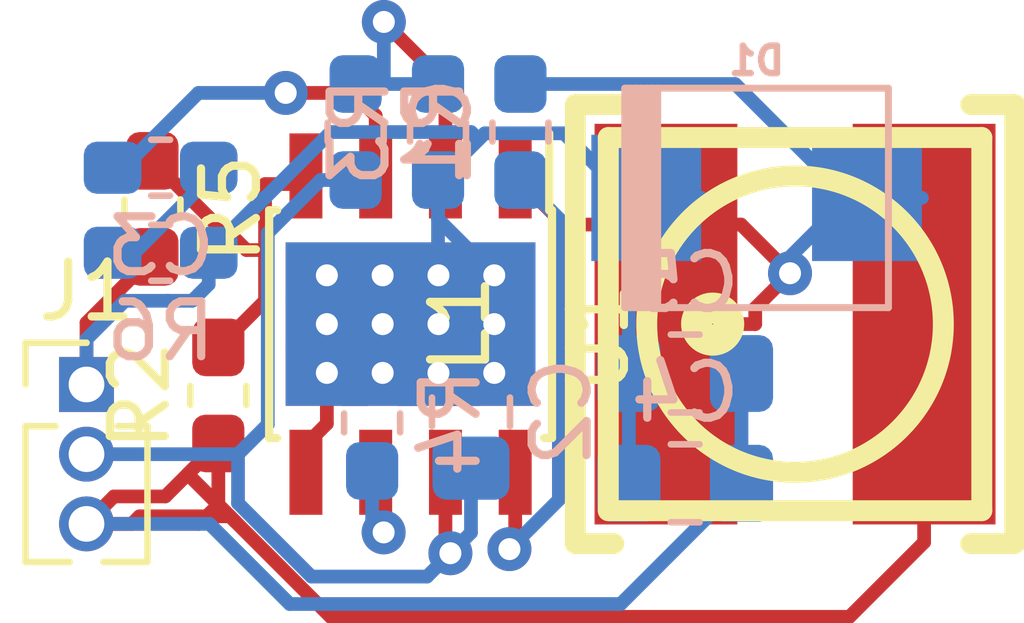
<source format=kicad_pcb>
(kicad_pcb (version 20171130) (host pcbnew 5.1.2-f72e74a~84~ubuntu18.04.1)

  (general
    (thickness 1.6)
    (drawings 0)
    (tracks 134)
    (zones 0)
    (modules 15)
    (nets 11)
  )

  (page A4)
  (layers
    (0 F.Cu signal)
    (31 B.Cu signal)
    (32 B.Adhes user)
    (33 F.Adhes user)
    (34 B.Paste user)
    (35 F.Paste user)
    (36 B.SilkS user)
    (37 F.SilkS user)
    (38 B.Mask user)
    (39 F.Mask user)
    (40 Dwgs.User user)
    (41 Cmts.User user)
    (42 Eco1.User user)
    (43 Eco2.User user)
    (44 Edge.Cuts user)
    (45 Margin user)
    (46 B.CrtYd user)
    (47 F.CrtYd user)
    (48 B.Fab user hide)
    (49 F.Fab user hide)
  )

  (setup
    (last_trace_width 0.25)
    (trace_clearance 0.2)
    (zone_clearance 0.508)
    (zone_45_only no)
    (trace_min 0.2)
    (via_size 0.8)
    (via_drill 0.4)
    (via_min_size 0.4)
    (via_min_drill 0.3)
    (uvia_size 0.3)
    (uvia_drill 0.1)
    (uvias_allowed no)
    (uvia_min_size 0.2)
    (uvia_min_drill 0.1)
    (edge_width 0.05)
    (segment_width 0.2)
    (pcb_text_width 0.3)
    (pcb_text_size 1.5 1.5)
    (mod_edge_width 0.12)
    (mod_text_size 1 1)
    (mod_text_width 0.15)
    (pad_size 1.524 1.524)
    (pad_drill 0.762)
    (pad_to_mask_clearance 0.051)
    (solder_mask_min_width 0.25)
    (aux_axis_origin 0 0)
    (visible_elements FFFFFF7F)
    (pcbplotparams
      (layerselection 0x010fc_ffffffff)
      (usegerberextensions false)
      (usegerberattributes false)
      (usegerberadvancedattributes false)
      (creategerberjobfile false)
      (excludeedgelayer true)
      (linewidth 0.100000)
      (plotframeref false)
      (viasonmask false)
      (mode 1)
      (useauxorigin false)
      (hpglpennumber 1)
      (hpglpenspeed 20)
      (hpglpendiameter 15.000000)
      (psnegative false)
      (psa4output false)
      (plotreference true)
      (plotvalue true)
      (plotinvisibletext false)
      (padsonsilk false)
      (subtractmaskfromsilk false)
      (outputformat 1)
      (mirror false)
      (drillshape 1)
      (scaleselection 1)
      (outputdirectory ""))
  )

  (net 0 "")
  (net 1 "Net-(C1-Pad2)")
  (net 2 "Net-(C1-Pad1)")
  (net 3 GND)
  (net 4 "Net-(C2-Pad1)")
  (net 5 "Net-(C3-Pad2)")
  (net 6 "Net-(C3-Pad1)")
  (net 7 +5V)
  (net 8 "Net-(R1-Pad2)")
  (net 9 "Net-(R2-Pad2)")
  (net 10 "Net-(R4-Pad1)")

  (net_class Default "This is the default net class."
    (clearance 0.2)
    (trace_width 0.25)
    (via_dia 0.8)
    (via_drill 0.4)
    (uvia_dia 0.3)
    (uvia_drill 0.1)
    (add_net +5V)
    (add_net GND)
    (add_net "Net-(C1-Pad1)")
    (add_net "Net-(C1-Pad2)")
    (add_net "Net-(C2-Pad1)")
    (add_net "Net-(C3-Pad1)")
    (add_net "Net-(C3-Pad2)")
    (add_net "Net-(R1-Pad2)")
    (add_net "Net-(R2-Pad2)")
    (add_net "Net-(R4-Pad1)")
  )

  (module footprint-lib:MP1584,SOIC-8_3.9x4.9mm_P1.27mm,thermal_via locked (layer F.Cu) (tedit 5CDE3F96) (tstamp 5CDF2DC0)
    (at 60.7 63.4 270)
    (descr MP1584)
    (tags "MP1584 SOIC-8")
    (path /5CDEC59B)
    (attr smd)
    (fp_text reference U1 (at 0.254 -3.429 90) (layer F.SilkS)
      (effects (font (size 1 1) (thickness 0.15)))
    )
    (fp_text value MP1584 (at 0 3.5 90) (layer F.Fab)
      (effects (font (size 1 1) (thickness 0.15)))
    )
    (fp_line (start -2.075 -2.525) (end -3.475 -2.525) (layer F.SilkS) (width 0.15))
    (fp_line (start -2.075 2.575) (end 2.075 2.575) (layer F.SilkS) (width 0.15))
    (fp_line (start -2.075 -2.575) (end 2.075 -2.575) (layer F.SilkS) (width 0.15))
    (fp_line (start -2.075 2.575) (end -2.075 2.43) (layer F.SilkS) (width 0.15))
    (fp_line (start 2.075 2.575) (end 2.075 2.43) (layer F.SilkS) (width 0.15))
    (fp_line (start 2.075 -2.575) (end 2.075 -2.43) (layer F.SilkS) (width 0.15))
    (fp_line (start -2.075 -2.575) (end -2.075 -2.525) (layer F.SilkS) (width 0.15))
    (fp_line (start -3.73 2.7) (end 3.73 2.7) (layer F.CrtYd) (width 0.05))
    (fp_line (start -3.73 -2.7) (end 3.73 -2.7) (layer F.CrtYd) (width 0.05))
    (fp_line (start 3.73 -2.7) (end 3.73 2.7) (layer F.CrtYd) (width 0.05))
    (fp_line (start -3.73 -2.7) (end -3.73 2.7) (layer F.CrtYd) (width 0.05))
    (fp_line (start -1.95 -1.45) (end -0.95 -2.45) (layer F.Fab) (width 0.1))
    (fp_line (start -1.95 2.45) (end -1.95 -1.45) (layer F.Fab) (width 0.1))
    (fp_line (start 1.95 2.45) (end -1.95 2.45) (layer F.Fab) (width 0.1))
    (fp_line (start 1.95 -2.45) (end 1.95 2.45) (layer F.Fab) (width 0.1))
    (fp_line (start -0.95 -2.45) (end 1.95 -2.45) (layer F.Fab) (width 0.1))
    (fp_text user %R (at 0 0 90) (layer F.Fab)
      (effects (font (size 1 1) (thickness 0.15)))
    )
    (pad G thru_hole rect (at 0 1.524 270) (size 1.2 1.5) (drill 0.4) (layers *.Cu F.Mask)
      (net 3 GND))
    (pad G thru_hole rect (at 0.889 1.524 270) (size 1.2 1.5) (drill 0.4) (layers *.Cu F.Mask)
      (net 3 GND))
    (pad G thru_hole rect (at -0.889 1.524 270) (size 1.2 1.5) (drill 0.4) (layers *.Cu F.Mask)
      (net 3 GND))
    (pad G thru_hole rect (at 0 0.508 270) (size 1.2 1.5) (drill 0.4) (layers *.Cu F.Mask)
      (net 3 GND))
    (pad G thru_hole rect (at 0.889 0.508 270) (size 1.2 1.5) (drill 0.4) (layers *.Cu F.Mask)
      (net 3 GND))
    (pad G thru_hole rect (at -0.889 0.508 270) (size 1.2 1.5) (drill 0.4) (layers *.Cu F.Mask)
      (net 3 GND))
    (pad G thru_hole rect (at 0 -0.508 270) (size 1.2 1.5) (drill 0.4) (layers *.Cu F.Mask)
      (net 3 GND))
    (pad G thru_hole rect (at 0.889 -0.508 270) (size 1.2 1.5) (drill 0.4) (layers *.Cu F.Mask)
      (net 3 GND))
    (pad G thru_hole rect (at -0.889 -0.508 270) (size 1.2 1.5) (drill 0.4) (layers *.Cu F.Mask)
      (net 3 GND))
    (pad G thru_hole rect (at 0.889 -1.524 270) (size 1.2 1.5) (drill 0.4) (layers *.Cu F.Mask)
      (net 3 GND))
    (pad G thru_hole rect (at 0 -1.524 270) (size 1.2 1.5) (drill 0.4) (layers *.Cu F.Mask)
      (net 3 GND))
    (pad G thru_hole rect (at -0.889 -1.524 270) (size 1.2 1.5) (drill 0.4) (layers *.Cu F.Mask)
      (net 3 GND))
    (pad 8 smd rect (at 2.7 -1.905 270) (size 1.55 0.6) (layers F.Cu F.Paste F.Mask)
      (net 1 "Net-(C1-Pad2)"))
    (pad 7 smd rect (at 2.7 -0.635 270) (size 1.55 0.6) (layers F.Cu F.Paste F.Mask)
      (net 4 "Net-(C2-Pad1)"))
    (pad 6 smd rect (at 2.7 0.635 270) (size 1.55 0.6) (layers F.Cu F.Paste F.Mask)
      (net 10 "Net-(R4-Pad1)"))
    (pad 5 smd rect (at 2.7 1.905 270) (size 1.55 0.6) (layers F.Cu F.Paste F.Mask)
      (net 3 GND))
    (pad 4 smd rect (at -2.7 1.905 270) (size 1.55 0.6) (layers F.Cu F.Paste F.Mask)
      (net 9 "Net-(R2-Pad2)"))
    (pad 3 smd rect (at -2.7 0.635 270) (size 1.55 0.6) (layers F.Cu F.Paste F.Mask)
      (net 6 "Net-(C3-Pad1)"))
    (pad 2 smd rect (at -2.7 -0.635 270) (size 1.55 0.6) (layers F.Cu F.Paste F.Mask)
      (net 8 "Net-(R1-Pad2)"))
    (pad 1 smd rect (at -2.7 -1.905 270) (size 1.55 0.6) (layers F.Cu F.Paste F.Mask)
      (net 2 "Net-(C1-Pad1)"))
    (model ${KISYS3DMOD}/Package_SO.3dshapes/SOIC-8_3.9x4.9mm_P1.27mm.wrl
      (at (xyz 0 0 0))
      (scale (xyz 1 1 1))
      (rotate (xyz 0 0 0))
    )
  )

  (module w_smd_inductors:inductor_smd_6.8x3.8mm (layer F.Cu) (tedit 5B6311A7) (tstamp 5CDF2BA3)
    (at 67.7 63.4 90)
    (descr "Inductor SMD, 6.8x6.8mm x h.3.8mm, Bourns SRR6038")
    (path /5CDF1242)
    (fp_text reference L1 (at 0 -6.1 90) (layer F.SilkS)
      (effects (font (size 1 1) (thickness 0.15)))
    )
    (fp_text value L_15uH (at 0 6.6 90) (layer F.Fab)
      (effects (font (size 1 1) (thickness 0.15)))
    )
    (fp_circle (center 0 -1.5) (end 0.5 -1.5) (layer F.SilkS) (width 0.15))
    (fp_circle (center 0 -1.5) (end 0.4 -1.5) (layer F.SilkS) (width 0.15))
    (fp_line (start -4 3.2) (end -4 4) (layer F.SilkS) (width 0.381))
    (fp_line (start -4 4) (end 4 4) (layer F.SilkS) (width 0.381))
    (fp_line (start 4 4) (end 4 3.2) (layer F.SilkS) (width 0.381))
    (fp_line (start -4 -3.3) (end -4 -4) (layer F.SilkS) (width 0.381))
    (fp_line (start -4 -4) (end 4 -4) (layer F.SilkS) (width 0.381))
    (fp_line (start 4 -4) (end 4 -3.2) (layer F.SilkS) (width 0.381))
    (fp_circle (center 0 0) (end 2.7 0) (layer F.SilkS) (width 0.381))
    (fp_line (start -3.4 -3.4) (end 3.4 -3.4) (layer F.SilkS) (width 0.381))
    (fp_line (start 3.4 -3.4) (end 3.4 3.4) (layer F.SilkS) (width 0.381))
    (fp_line (start 3.4 3.4) (end -3.4 3.4) (layer F.SilkS) (width 0.381))
    (fp_line (start -3.4 3.4) (end -3.4 -3.4) (layer F.SilkS) (width 0.381))
    (fp_circle (center 0 -1.5) (end 0 -1.3) (layer F.SilkS) (width 0.381))
    (fp_text user %R (at 0 0) (layer F.Fab)
      (effects (font (size 1 1) (thickness 0.15)))
    )
    (pad 1 smd rect (at 0 -2.35 90) (size 7.3 2.6) (layers F.Cu F.Paste F.Mask)
      (net 2 "Net-(C1-Pad1)"))
    (pad 2 smd rect (at 0 2.35 90) (size 7.3 2.6) (layers F.Cu F.Paste F.Mask)
      (net 7 +5V))
    (model ${HOME}/_workspace/kicad/kicad_library/smisioto-footprints/modules/packages3d/walter/smd_inductors/inductor_smd_6.8x3.8mm.wrl
      (at (xyz 0 0 0))
      (scale (xyz 1 1 1))
      (rotate (xyz 0 0 0))
    )
  )

  (module Resistor_SMD:R_0603_1608Metric_Pad1.05x0.95mm_HandSolder (layer B.Cu) (tedit 5B301BBD) (tstamp 5CDF2C09)
    (at 56.15 62.1)
    (descr "Resistor SMD 0603 (1608 Metric), square (rectangular) end terminal, IPC_7351 nominal with elongated pad for handsoldering. (Body size source: http://www.tortai-tech.com/upload/download/2011102023233369053.pdf), generated with kicad-footprint-generator")
    (tags "resistor handsolder")
    (path /5CDEFCDC)
    (attr smd)
    (fp_text reference R6 (at 0 1.43 180) (layer B.SilkS)
      (effects (font (size 1 1) (thickness 0.15)) (justify mirror))
    )
    (fp_text value R104,0603 (at 0 -1.43 180) (layer B.Fab)
      (effects (font (size 1 1) (thickness 0.15)) (justify mirror))
    )
    (fp_text user %R (at 0 0 180) (layer B.Fab)
      (effects (font (size 0.4 0.4) (thickness 0.06)) (justify mirror))
    )
    (fp_line (start 1.65 -0.73) (end -1.65 -0.73) (layer B.CrtYd) (width 0.05))
    (fp_line (start 1.65 0.73) (end 1.65 -0.73) (layer B.CrtYd) (width 0.05))
    (fp_line (start -1.65 0.73) (end 1.65 0.73) (layer B.CrtYd) (width 0.05))
    (fp_line (start -1.65 -0.73) (end -1.65 0.73) (layer B.CrtYd) (width 0.05))
    (fp_line (start -0.171267 -0.51) (end 0.171267 -0.51) (layer B.SilkS) (width 0.12))
    (fp_line (start -0.171267 0.51) (end 0.171267 0.51) (layer B.SilkS) (width 0.12))
    (fp_line (start 0.8 -0.4) (end -0.8 -0.4) (layer B.Fab) (width 0.1))
    (fp_line (start 0.8 0.4) (end 0.8 -0.4) (layer B.Fab) (width 0.1))
    (fp_line (start -0.8 0.4) (end 0.8 0.4) (layer B.Fab) (width 0.1))
    (fp_line (start -0.8 -0.4) (end -0.8 0.4) (layer B.Fab) (width 0.1))
    (pad 2 smd roundrect (at 0.875 0) (size 1.05 0.95) (layers B.Cu B.Paste B.Mask) (roundrect_rratio 0.25)
      (net 3 GND))
    (pad 1 smd roundrect (at -0.875 0) (size 1.05 0.95) (layers B.Cu B.Paste B.Mask) (roundrect_rratio 0.25)
      (net 5 "Net-(C3-Pad2)"))
    (model ${KISYS3DMOD}/Resistor_SMD.3dshapes/R_0603_1608Metric.wrl
      (at (xyz 0 0 0))
      (scale (xyz 1 1 1))
      (rotate (xyz 0 0 0))
    )
  )

  (module Resistor_SMD:R_0603_1608Metric_Pad1.05x0.95mm_HandSolder (layer F.Cu) (tedit 5B301BBD) (tstamp 5CDF421F)
    (at 56 61.3 270)
    (descr "Resistor SMD 0603 (1608 Metric), square (rectangular) end terminal, IPC_7351 nominal with elongated pad for handsoldering. (Body size source: http://www.tortai-tech.com/upload/download/2011102023233369053.pdf), generated with kicad-footprint-generator")
    (tags "resistor handsolder")
    (path /5CDF3426)
    (attr smd)
    (fp_text reference R5 (at 0 -1.43 90) (layer F.SilkS)
      (effects (font (size 1 1) (thickness 0.15)))
    )
    (fp_text value R433,0603 (at 0 1.43 90) (layer F.Fab)
      (effects (font (size 1 1) (thickness 0.15)))
    )
    (fp_text user %R (at 0 0 90) (layer F.Fab)
      (effects (font (size 0.4 0.4) (thickness 0.06)))
    )
    (fp_line (start 1.65 0.73) (end -1.65 0.73) (layer F.CrtYd) (width 0.05))
    (fp_line (start 1.65 -0.73) (end 1.65 0.73) (layer F.CrtYd) (width 0.05))
    (fp_line (start -1.65 -0.73) (end 1.65 -0.73) (layer F.CrtYd) (width 0.05))
    (fp_line (start -1.65 0.73) (end -1.65 -0.73) (layer F.CrtYd) (width 0.05))
    (fp_line (start -0.171267 0.51) (end 0.171267 0.51) (layer F.SilkS) (width 0.12))
    (fp_line (start -0.171267 -0.51) (end 0.171267 -0.51) (layer F.SilkS) (width 0.12))
    (fp_line (start 0.8 0.4) (end -0.8 0.4) (layer F.Fab) (width 0.1))
    (fp_line (start 0.8 -0.4) (end 0.8 0.4) (layer F.Fab) (width 0.1))
    (fp_line (start -0.8 -0.4) (end 0.8 -0.4) (layer F.Fab) (width 0.1))
    (fp_line (start -0.8 0.4) (end -0.8 -0.4) (layer F.Fab) (width 0.1))
    (pad 2 smd roundrect (at 0.875 0 270) (size 1.05 0.95) (layers F.Cu F.Paste F.Mask) (roundrect_rratio 0.25)
      (net 3 GND))
    (pad 1 smd roundrect (at -0.875 0 270) (size 1.05 0.95) (layers F.Cu F.Paste F.Mask) (roundrect_rratio 0.25)
      (net 9 "Net-(R2-Pad2)"))
    (model ${KISYS3DMOD}/Resistor_SMD.3dshapes/R_0603_1608Metric.wrl
      (at (xyz 0 0 0))
      (scale (xyz 1 1 1))
      (rotate (xyz 0 0 0))
    )
  )

  (module Resistor_SMD:R_0603_1608Metric_Pad1.05x0.95mm_HandSolder (layer B.Cu) (tedit 5B301BBD) (tstamp 5CDF2BE7)
    (at 60 65.2 90)
    (descr "Resistor SMD 0603 (1608 Metric), square (rectangular) end terminal, IPC_7351 nominal with elongated pad for handsoldering. (Body size source: http://www.tortai-tech.com/upload/download/2011102023233369053.pdf), generated with kicad-footprint-generator")
    (tags "resistor handsolder")
    (path /5CDEE30C)
    (attr smd)
    (fp_text reference R4 (at 0 1.43 90) (layer B.SilkS)
      (effects (font (size 1 1) (thickness 0.15)) (justify mirror))
    )
    (fp_text value R104,0603 (at 0 -1.43 90) (layer B.Fab)
      (effects (font (size 1 1) (thickness 0.15)) (justify mirror))
    )
    (fp_text user %R (at 0 0 90) (layer B.Fab)
      (effects (font (size 0.4 0.4) (thickness 0.06)) (justify mirror))
    )
    (fp_line (start 1.65 -0.73) (end -1.65 -0.73) (layer B.CrtYd) (width 0.05))
    (fp_line (start 1.65 0.73) (end 1.65 -0.73) (layer B.CrtYd) (width 0.05))
    (fp_line (start -1.65 0.73) (end 1.65 0.73) (layer B.CrtYd) (width 0.05))
    (fp_line (start -1.65 -0.73) (end -1.65 0.73) (layer B.CrtYd) (width 0.05))
    (fp_line (start -0.171267 -0.51) (end 0.171267 -0.51) (layer B.SilkS) (width 0.12))
    (fp_line (start -0.171267 0.51) (end 0.171267 0.51) (layer B.SilkS) (width 0.12))
    (fp_line (start 0.8 -0.4) (end -0.8 -0.4) (layer B.Fab) (width 0.1))
    (fp_line (start 0.8 0.4) (end 0.8 -0.4) (layer B.Fab) (width 0.1))
    (fp_line (start -0.8 0.4) (end 0.8 0.4) (layer B.Fab) (width 0.1))
    (fp_line (start -0.8 -0.4) (end -0.8 0.4) (layer B.Fab) (width 0.1))
    (pad 2 smd roundrect (at 0.875 0 90) (size 1.05 0.95) (layers B.Cu B.Paste B.Mask) (roundrect_rratio 0.25)
      (net 3 GND))
    (pad 1 smd roundrect (at -0.875 0 90) (size 1.05 0.95) (layers B.Cu B.Paste B.Mask) (roundrect_rratio 0.25)
      (net 10 "Net-(R4-Pad1)"))
    (model ${KISYS3DMOD}/Resistor_SMD.3dshapes/R_0603_1608Metric.wrl
      (at (xyz 0 0 0))
      (scale (xyz 1 1 1))
      (rotate (xyz 0 0 0))
    )
  )

  (module Resistor_SMD:R_0603_1608Metric_Pad1.05x0.95mm_HandSolder (layer B.Cu) (tedit 5B301BBD) (tstamp 5CDF2BD6)
    (at 61.2 59.9 270)
    (descr "Resistor SMD 0603 (1608 Metric), square (rectangular) end terminal, IPC_7351 nominal with elongated pad for handsoldering. (Body size source: http://www.tortai-tech.com/upload/download/2011102023233369053.pdf), generated with kicad-footprint-generator")
    (tags "resistor handsolder")
    (path /5CDEEA14)
    (attr smd)
    (fp_text reference R3 (at 0 1.43 270) (layer B.SilkS)
      (effects (font (size 1 1) (thickness 0.15)) (justify mirror))
    )
    (fp_text value R240,0603 (at 0 -1.43 270) (layer B.Fab)
      (effects (font (size 1 1) (thickness 0.15)) (justify mirror))
    )
    (fp_text user %R (at 0 0 270) (layer B.Fab)
      (effects (font (size 0.4 0.4) (thickness 0.06)) (justify mirror))
    )
    (fp_line (start 1.65 -0.73) (end -1.65 -0.73) (layer B.CrtYd) (width 0.05))
    (fp_line (start 1.65 0.73) (end 1.65 -0.73) (layer B.CrtYd) (width 0.05))
    (fp_line (start -1.65 0.73) (end 1.65 0.73) (layer B.CrtYd) (width 0.05))
    (fp_line (start -1.65 -0.73) (end -1.65 0.73) (layer B.CrtYd) (width 0.05))
    (fp_line (start -0.171267 -0.51) (end 0.171267 -0.51) (layer B.SilkS) (width 0.12))
    (fp_line (start -0.171267 0.51) (end 0.171267 0.51) (layer B.SilkS) (width 0.12))
    (fp_line (start 0.8 -0.4) (end -0.8 -0.4) (layer B.Fab) (width 0.1))
    (fp_line (start 0.8 0.4) (end 0.8 -0.4) (layer B.Fab) (width 0.1))
    (fp_line (start -0.8 0.4) (end 0.8 0.4) (layer B.Fab) (width 0.1))
    (fp_line (start -0.8 -0.4) (end -0.8 0.4) (layer B.Fab) (width 0.1))
    (pad 2 smd roundrect (at 0.875 0 270) (size 1.05 0.95) (layers B.Cu B.Paste B.Mask) (roundrect_rratio 0.25)
      (net 3 GND))
    (pad 1 smd roundrect (at -0.875 0 270) (size 1.05 0.95) (layers B.Cu B.Paste B.Mask) (roundrect_rratio 0.25)
      (net 8 "Net-(R1-Pad2)"))
    (model ${KISYS3DMOD}/Resistor_SMD.3dshapes/R_0603_1608Metric.wrl
      (at (xyz 0 0 0))
      (scale (xyz 1 1 1))
      (rotate (xyz 0 0 0))
    )
  )

  (module Resistor_SMD:R_0603_1608Metric_Pad1.05x0.95mm_HandSolder (layer F.Cu) (tedit 5B301BBD) (tstamp 5CDF2BC5)
    (at 57.2 64.7 90)
    (descr "Resistor SMD 0603 (1608 Metric), square (rectangular) end terminal, IPC_7351 nominal with elongated pad for handsoldering. (Body size source: http://www.tortai-tech.com/upload/download/2011102023233369053.pdf), generated with kicad-footprint-generator")
    (tags "resistor handsolder")
    (path /5CDF2C94)
    (attr smd)
    (fp_text reference R2 (at 0 -1.43 90) (layer F.SilkS)
      (effects (font (size 1 1) (thickness 0.15)))
    )
    (fp_text value R224,0603 (at 0 1.43 90) (layer F.Fab)
      (effects (font (size 1 1) (thickness 0.15)))
    )
    (fp_text user %R (at 0 0 90) (layer F.Fab)
      (effects (font (size 0.4 0.4) (thickness 0.06)))
    )
    (fp_line (start 1.65 0.73) (end -1.65 0.73) (layer F.CrtYd) (width 0.05))
    (fp_line (start 1.65 -0.73) (end 1.65 0.73) (layer F.CrtYd) (width 0.05))
    (fp_line (start -1.65 -0.73) (end 1.65 -0.73) (layer F.CrtYd) (width 0.05))
    (fp_line (start -1.65 0.73) (end -1.65 -0.73) (layer F.CrtYd) (width 0.05))
    (fp_line (start -0.171267 0.51) (end 0.171267 0.51) (layer F.SilkS) (width 0.12))
    (fp_line (start -0.171267 -0.51) (end 0.171267 -0.51) (layer F.SilkS) (width 0.12))
    (fp_line (start 0.8 0.4) (end -0.8 0.4) (layer F.Fab) (width 0.1))
    (fp_line (start 0.8 -0.4) (end 0.8 0.4) (layer F.Fab) (width 0.1))
    (fp_line (start -0.8 -0.4) (end 0.8 -0.4) (layer F.Fab) (width 0.1))
    (fp_line (start -0.8 0.4) (end -0.8 -0.4) (layer F.Fab) (width 0.1))
    (pad 2 smd roundrect (at 0.875 0 90) (size 1.05 0.95) (layers F.Cu F.Paste F.Mask) (roundrect_rratio 0.25)
      (net 9 "Net-(R2-Pad2)"))
    (pad 1 smd roundrect (at -0.875 0 90) (size 1.05 0.95) (layers F.Cu F.Paste F.Mask) (roundrect_rratio 0.25)
      (net 7 +5V))
    (model ${KISYS3DMOD}/Resistor_SMD.3dshapes/R_0603_1608Metric.wrl
      (at (xyz 0 0 0))
      (scale (xyz 1 1 1))
      (rotate (xyz 0 0 0))
    )
  )

  (module Resistor_SMD:R_0603_1608Metric_Pad1.05x0.95mm_HandSolder (layer B.Cu) (tedit 5B301BBD) (tstamp 5CDF2BB4)
    (at 59.7 59.9 90)
    (descr "Resistor SMD 0603 (1608 Metric), square (rectangular) end terminal, IPC_7351 nominal with elongated pad for handsoldering. (Body size source: http://www.tortai-tech.com/upload/download/2011102023233369053.pdf), generated with kicad-footprint-generator")
    (tags "resistor handsolder")
    (path /5CDEDCCB)
    (attr smd)
    (fp_text reference R1 (at 0 1.43 270) (layer B.SilkS)
      (effects (font (size 1 1) (thickness 0.15)) (justify mirror))
    )
    (fp_text value R104,0603 (at 0 -1.43 270) (layer B.Fab)
      (effects (font (size 1 1) (thickness 0.15)) (justify mirror))
    )
    (fp_text user %R (at 0 0 270) (layer B.Fab)
      (effects (font (size 0.4 0.4) (thickness 0.06)) (justify mirror))
    )
    (fp_line (start 1.65 -0.73) (end -1.65 -0.73) (layer B.CrtYd) (width 0.05))
    (fp_line (start 1.65 0.73) (end 1.65 -0.73) (layer B.CrtYd) (width 0.05))
    (fp_line (start -1.65 0.73) (end 1.65 0.73) (layer B.CrtYd) (width 0.05))
    (fp_line (start -1.65 -0.73) (end -1.65 0.73) (layer B.CrtYd) (width 0.05))
    (fp_line (start -0.171267 -0.51) (end 0.171267 -0.51) (layer B.SilkS) (width 0.12))
    (fp_line (start -0.171267 0.51) (end 0.171267 0.51) (layer B.SilkS) (width 0.12))
    (fp_line (start 0.8 -0.4) (end -0.8 -0.4) (layer B.Fab) (width 0.1))
    (fp_line (start 0.8 0.4) (end 0.8 -0.4) (layer B.Fab) (width 0.1))
    (fp_line (start -0.8 0.4) (end 0.8 0.4) (layer B.Fab) (width 0.1))
    (fp_line (start -0.8 -0.4) (end -0.8 0.4) (layer B.Fab) (width 0.1))
    (pad 2 smd roundrect (at 0.875 0 90) (size 1.05 0.95) (layers B.Cu B.Paste B.Mask) (roundrect_rratio 0.25)
      (net 8 "Net-(R1-Pad2)"))
    (pad 1 smd roundrect (at -0.875 0 90) (size 1.05 0.95) (layers B.Cu B.Paste B.Mask) (roundrect_rratio 0.25)
      (net 4 "Net-(C2-Pad1)"))
    (model ${KISYS3DMOD}/Resistor_SMD.3dshapes/R_0603_1608Metric.wrl
      (at (xyz 0 0 0))
      (scale (xyz 1 1 1))
      (rotate (xyz 0 0 0))
    )
  )

  (module Connector_PinHeader_1.27mm:PinHeader_1x03_P1.27mm_Vertical (layer F.Cu) (tedit 59FED6E3) (tstamp 5CDED943)
    (at 54.8 64.5)
    (descr "Through hole straight pin header, 1x03, 1.27mm pitch, single row")
    (tags "Through hole pin header THT 1x03 1.27mm single row")
    (path /5CE0F530)
    (fp_text reference J1 (at 0 -1.695) (layer F.SilkS)
      (effects (font (size 1 1) (thickness 0.15)))
    )
    (fp_text value Conn_01x03_Female (at 0 4.235) (layer F.Fab)
      (effects (font (size 1 1) (thickness 0.15)))
    )
    (fp_text user %R (at 0 1.27 90) (layer F.Fab)
      (effects (font (size 1 1) (thickness 0.15)))
    )
    (fp_line (start 1.55 -1.15) (end -1.55 -1.15) (layer F.CrtYd) (width 0.05))
    (fp_line (start 1.55 3.7) (end 1.55 -1.15) (layer F.CrtYd) (width 0.05))
    (fp_line (start -1.55 3.7) (end 1.55 3.7) (layer F.CrtYd) (width 0.05))
    (fp_line (start -1.55 -1.15) (end -1.55 3.7) (layer F.CrtYd) (width 0.05))
    (fp_line (start -1.11 -0.76) (end 0 -0.76) (layer F.SilkS) (width 0.12))
    (fp_line (start -1.11 0) (end -1.11 -0.76) (layer F.SilkS) (width 0.12))
    (fp_line (start 0.563471 0.76) (end 1.11 0.76) (layer F.SilkS) (width 0.12))
    (fp_line (start -1.11 0.76) (end -0.563471 0.76) (layer F.SilkS) (width 0.12))
    (fp_line (start 1.11 0.76) (end 1.11 3.235) (layer F.SilkS) (width 0.12))
    (fp_line (start -1.11 0.76) (end -1.11 3.235) (layer F.SilkS) (width 0.12))
    (fp_line (start 0.30753 3.235) (end 1.11 3.235) (layer F.SilkS) (width 0.12))
    (fp_line (start -1.11 3.235) (end -0.30753 3.235) (layer F.SilkS) (width 0.12))
    (fp_line (start -1.05 -0.11) (end -0.525 -0.635) (layer F.Fab) (width 0.1))
    (fp_line (start -1.05 3.175) (end -1.05 -0.11) (layer F.Fab) (width 0.1))
    (fp_line (start 1.05 3.175) (end -1.05 3.175) (layer F.Fab) (width 0.1))
    (fp_line (start 1.05 -0.635) (end 1.05 3.175) (layer F.Fab) (width 0.1))
    (fp_line (start -0.525 -0.635) (end 1.05 -0.635) (layer F.Fab) (width 0.1))
    (pad 3 thru_hole oval (at 0 2.54) (size 1 1) (drill 0.65) (layers *.Cu *.Mask)
      (net 7 +5V))
    (pad 2 thru_hole oval (at 0 1.27) (size 1 1) (drill 0.65) (layers *.Cu *.Mask)
      (net 4 "Net-(C2-Pad1)"))
    (pad 1 thru_hole rect (at 0 0) (size 1 1) (drill 0.65) (layers *.Cu *.Mask)
      (net 3 GND))
    (model ${KISYS3DMOD}/Connector_PinHeader_1.27mm.3dshapes/PinHeader_1x03_P1.27mm_Vertical.wrl
      (at (xyz 0 0 0))
      (scale (xyz 1 1 1))
      (rotate (xyz 0 0 0))
    )
  )

  (module w_smd_diode:do214aa (layer B.Cu) (tedit 0) (tstamp 5CDF2B75)
    (at 67 61.1 180)
    (descr DO214AA)
    (path /5CDF092A)
    (fp_text reference D1 (at 0 2.49936 180) (layer B.SilkS)
      (effects (font (size 0.50038 0.50038) (thickness 0.11938)) (justify mirror))
    )
    (fp_text value SD_1N5822_SS34 (at 0 -2.49936 180) (layer B.SilkS) hide
      (effects (font (size 0.50038 0.50038) (thickness 0.11938)) (justify mirror))
    )
    (fp_line (start -2.4003 1.99898) (end 2.4003 1.99898) (layer B.SilkS) (width 0.127))
    (fp_line (start -2.4003 -1.99898) (end -2.4003 1.99898) (layer B.SilkS) (width 0.127))
    (fp_line (start 2.4003 -1.99898) (end -2.4003 -1.99898) (layer B.SilkS) (width 0.127))
    (fp_line (start 2.4003 1.99898) (end 2.4003 -1.99898) (layer B.SilkS) (width 0.127))
    (fp_line (start 1.80086 1.99898) (end 1.80086 -1.99898) (layer B.SilkS) (width 0.127))
    (fp_line (start 1.89992 1.99898) (end 1.89992 -1.99898) (layer B.SilkS) (width 0.127))
    (fp_line (start 1.99898 -1.99898) (end 1.99898 1.99898) (layer B.SilkS) (width 0.127))
    (fp_line (start 2.10058 1.99898) (end 2.10058 -1.99898) (layer B.SilkS) (width 0.127))
    (fp_line (start 2.19964 -1.99898) (end 2.19964 1.99898) (layer B.SilkS) (width 0.127))
    (fp_line (start 2.30124 1.99898) (end 2.30124 -1.99898) (layer B.SilkS) (width 0.127))
    (pad 1 smd rect (at -2.00914 0 180) (size 1.99898 2.30124) (layers B.Cu B.Paste B.Mask)
      (net 2 "Net-(C1-Pad1)"))
    (pad 2 smd rect (at 2.00914 0 180) (size 1.99898 2.30124) (layers B.Cu B.Paste B.Mask)
      (net 3 GND))
    (model ${HOME}/_workspace/kicad/kicad_library/smisioto-footprints/modules/packages3d/walter/smd_diode/do214aa.wrl
      (at (xyz 0 0 0))
      (scale (xyz 1 1 1))
      (rotate (xyz 0 0 0))
    )
  )

  (module Capacitor_SMD:C_0805_2012Metric_Pad1.15x1.40mm_HandSolder (layer B.Cu) (tedit 5B36C52B) (tstamp 5CDF2B65)
    (at 65.7 64.3 180)
    (descr "Capacitor SMD 0805 (2012 Metric), square (rectangular) end terminal, IPC_7351 nominal with elongated pad for handsoldering. (Body size source: https://docs.google.com/spreadsheets/d/1BsfQQcO9C6DZCsRaXUlFlo91Tg2WpOkGARC1WS5S8t0/edit?usp=sharing), generated with kicad-footprint-generator")
    (tags "capacitor handsolder")
    (path /5CDED5E2)
    (attr smd)
    (fp_text reference C5 (at 0 1.65 180) (layer B.SilkS)
      (effects (font (size 1 1) (thickness 0.15)) (justify mirror))
    )
    (fp_text value C106,0805 (at 0 -1.65 180) (layer B.Fab)
      (effects (font (size 1 1) (thickness 0.15)) (justify mirror))
    )
    (fp_text user %R (at 0 0 180) (layer B.Fab)
      (effects (font (size 0.5 0.5) (thickness 0.08)) (justify mirror))
    )
    (fp_line (start 1.85 -0.95) (end -1.85 -0.95) (layer B.CrtYd) (width 0.05))
    (fp_line (start 1.85 0.95) (end 1.85 -0.95) (layer B.CrtYd) (width 0.05))
    (fp_line (start -1.85 0.95) (end 1.85 0.95) (layer B.CrtYd) (width 0.05))
    (fp_line (start -1.85 -0.95) (end -1.85 0.95) (layer B.CrtYd) (width 0.05))
    (fp_line (start -0.261252 -0.71) (end 0.261252 -0.71) (layer B.SilkS) (width 0.12))
    (fp_line (start -0.261252 0.71) (end 0.261252 0.71) (layer B.SilkS) (width 0.12))
    (fp_line (start 1 -0.6) (end -1 -0.6) (layer B.Fab) (width 0.1))
    (fp_line (start 1 0.6) (end 1 -0.6) (layer B.Fab) (width 0.1))
    (fp_line (start -1 0.6) (end 1 0.6) (layer B.Fab) (width 0.1))
    (fp_line (start -1 -0.6) (end -1 0.6) (layer B.Fab) (width 0.1))
    (pad 2 smd roundrect (at 1.025 0 180) (size 1.15 1.4) (layers B.Cu B.Paste B.Mask) (roundrect_rratio 0.217391)
      (net 3 GND))
    (pad 1 smd roundrect (at -1.025 0 180) (size 1.15 1.4) (layers B.Cu B.Paste B.Mask) (roundrect_rratio 0.217391)
      (net 7 +5V))
    (model ${KISYS3DMOD}/Capacitor_SMD.3dshapes/C_0805_2012Metric.wrl
      (at (xyz 0 0 0))
      (scale (xyz 1 1 1))
      (rotate (xyz 0 0 0))
    )
  )

  (module Capacitor_SMD:C_0805_2012Metric_Pad1.15x1.40mm_HandSolder (layer B.Cu) (tedit 5B36C52B) (tstamp 5CDF2B54)
    (at 65.7 66.3 180)
    (descr "Capacitor SMD 0805 (2012 Metric), square (rectangular) end terminal, IPC_7351 nominal with elongated pad for handsoldering. (Body size source: https://docs.google.com/spreadsheets/d/1BsfQQcO9C6DZCsRaXUlFlo91Tg2WpOkGARC1WS5S8t0/edit?usp=sharing), generated with kicad-footprint-generator")
    (tags "capacitor handsolder")
    (path /5CDED279)
    (attr smd)
    (fp_text reference C4 (at 0 1.65 180) (layer B.SilkS)
      (effects (font (size 1 1) (thickness 0.15)) (justify mirror))
    )
    (fp_text value C106,0805 (at 0 -1.65 180) (layer B.Fab)
      (effects (font (size 1 1) (thickness 0.15)) (justify mirror))
    )
    (fp_text user %R (at 0 0 180) (layer B.Fab)
      (effects (font (size 0.5 0.5) (thickness 0.08)) (justify mirror))
    )
    (fp_line (start 1.85 -0.95) (end -1.85 -0.95) (layer B.CrtYd) (width 0.05))
    (fp_line (start 1.85 0.95) (end 1.85 -0.95) (layer B.CrtYd) (width 0.05))
    (fp_line (start -1.85 0.95) (end 1.85 0.95) (layer B.CrtYd) (width 0.05))
    (fp_line (start -1.85 -0.95) (end -1.85 0.95) (layer B.CrtYd) (width 0.05))
    (fp_line (start -0.261252 -0.71) (end 0.261252 -0.71) (layer B.SilkS) (width 0.12))
    (fp_line (start -0.261252 0.71) (end 0.261252 0.71) (layer B.SilkS) (width 0.12))
    (fp_line (start 1 -0.6) (end -1 -0.6) (layer B.Fab) (width 0.1))
    (fp_line (start 1 0.6) (end 1 -0.6) (layer B.Fab) (width 0.1))
    (fp_line (start -1 0.6) (end 1 0.6) (layer B.Fab) (width 0.1))
    (fp_line (start -1 -0.6) (end -1 0.6) (layer B.Fab) (width 0.1))
    (pad 2 smd roundrect (at 1.025 0 180) (size 1.15 1.4) (layers B.Cu B.Paste B.Mask) (roundrect_rratio 0.217391)
      (net 3 GND))
    (pad 1 smd roundrect (at -1.025 0 180) (size 1.15 1.4) (layers B.Cu B.Paste B.Mask) (roundrect_rratio 0.217391)
      (net 7 +5V))
    (model ${KISYS3DMOD}/Capacitor_SMD.3dshapes/C_0805_2012Metric.wrl
      (at (xyz 0 0 0))
      (scale (xyz 1 1 1))
      (rotate (xyz 0 0 0))
    )
  )

  (module Capacitor_SMD:C_0603_1608Metric_Pad1.05x0.95mm_HandSolder (layer B.Cu) (tedit 5B301BBE) (tstamp 5CDF2B43)
    (at 56.15 60.55)
    (descr "Capacitor SMD 0603 (1608 Metric), square (rectangular) end terminal, IPC_7351 nominal with elongated pad for handsoldering. (Body size source: http://www.tortai-tech.com/upload/download/2011102023233369053.pdf), generated with kicad-footprint-generator")
    (tags "capacitor handsolder")
    (path /5CDEF999)
    (attr smd)
    (fp_text reference C3 (at 0 1.43 180) (layer B.SilkS)
      (effects (font (size 1 1) (thickness 0.15)) (justify mirror))
    )
    (fp_text value C151,0603 (at 0 -1.43 180) (layer B.Fab)
      (effects (font (size 1 1) (thickness 0.15)) (justify mirror))
    )
    (fp_text user %R (at 0 0 180) (layer B.Fab)
      (effects (font (size 0.4 0.4) (thickness 0.06)) (justify mirror))
    )
    (fp_line (start 1.65 -0.73) (end -1.65 -0.73) (layer B.CrtYd) (width 0.05))
    (fp_line (start 1.65 0.73) (end 1.65 -0.73) (layer B.CrtYd) (width 0.05))
    (fp_line (start -1.65 0.73) (end 1.65 0.73) (layer B.CrtYd) (width 0.05))
    (fp_line (start -1.65 -0.73) (end -1.65 0.73) (layer B.CrtYd) (width 0.05))
    (fp_line (start -0.171267 -0.51) (end 0.171267 -0.51) (layer B.SilkS) (width 0.12))
    (fp_line (start -0.171267 0.51) (end 0.171267 0.51) (layer B.SilkS) (width 0.12))
    (fp_line (start 0.8 -0.4) (end -0.8 -0.4) (layer B.Fab) (width 0.1))
    (fp_line (start 0.8 0.4) (end 0.8 -0.4) (layer B.Fab) (width 0.1))
    (fp_line (start -0.8 0.4) (end 0.8 0.4) (layer B.Fab) (width 0.1))
    (fp_line (start -0.8 -0.4) (end -0.8 0.4) (layer B.Fab) (width 0.1))
    (pad 2 smd roundrect (at 0.875 0) (size 1.05 0.95) (layers B.Cu B.Paste B.Mask) (roundrect_rratio 0.25)
      (net 5 "Net-(C3-Pad2)"))
    (pad 1 smd roundrect (at -0.875 0) (size 1.05 0.95) (layers B.Cu B.Paste B.Mask) (roundrect_rratio 0.25)
      (net 6 "Net-(C3-Pad1)"))
    (model ${KISYS3DMOD}/Capacitor_SMD.3dshapes/C_0603_1608Metric.wrl
      (at (xyz 0 0 0))
      (scale (xyz 1 1 1))
      (rotate (xyz 0 0 0))
    )
  )

  (module Capacitor_SMD:C_0805_2012Metric_Pad1.15x1.40mm_HandSolder (layer B.Cu) (tedit 5B36C52B) (tstamp 5CDF40A0)
    (at 61.8 65 90)
    (descr "Capacitor SMD 0805 (2012 Metric), square (rectangular) end terminal, IPC_7351 nominal with elongated pad for handsoldering. (Body size source: https://docs.google.com/spreadsheets/d/1BsfQQcO9C6DZCsRaXUlFlo91Tg2WpOkGARC1WS5S8t0/edit?usp=sharing), generated with kicad-footprint-generator")
    (tags "capacitor handsolder")
    (path /5CDED021)
    (attr smd)
    (fp_text reference C2 (at 0 1.65 90) (layer B.SilkS)
      (effects (font (size 1 1) (thickness 0.15)) (justify mirror))
    )
    (fp_text value C106,0805 (at 0 -1.65 90) (layer B.Fab)
      (effects (font (size 1 1) (thickness 0.15)) (justify mirror))
    )
    (fp_text user %R (at 0 0 90) (layer B.Fab)
      (effects (font (size 0.5 0.5) (thickness 0.08)) (justify mirror))
    )
    (fp_line (start 1.85 -0.95) (end -1.85 -0.95) (layer B.CrtYd) (width 0.05))
    (fp_line (start 1.85 0.95) (end 1.85 -0.95) (layer B.CrtYd) (width 0.05))
    (fp_line (start -1.85 0.95) (end 1.85 0.95) (layer B.CrtYd) (width 0.05))
    (fp_line (start -1.85 -0.95) (end -1.85 0.95) (layer B.CrtYd) (width 0.05))
    (fp_line (start -0.261252 -0.71) (end 0.261252 -0.71) (layer B.SilkS) (width 0.12))
    (fp_line (start -0.261252 0.71) (end 0.261252 0.71) (layer B.SilkS) (width 0.12))
    (fp_line (start 1 -0.6) (end -1 -0.6) (layer B.Fab) (width 0.1))
    (fp_line (start 1 0.6) (end 1 -0.6) (layer B.Fab) (width 0.1))
    (fp_line (start -1 0.6) (end 1 0.6) (layer B.Fab) (width 0.1))
    (fp_line (start -1 -0.6) (end -1 0.6) (layer B.Fab) (width 0.1))
    (pad 2 smd roundrect (at 1.025 0 90) (size 1.15 1.4) (layers B.Cu B.Paste B.Mask) (roundrect_rratio 0.217391)
      (net 3 GND))
    (pad 1 smd roundrect (at -1.025 0 90) (size 1.15 1.4) (layers B.Cu B.Paste B.Mask) (roundrect_rratio 0.217391)
      (net 4 "Net-(C2-Pad1)"))
    (model ${KISYS3DMOD}/Capacitor_SMD.3dshapes/C_0805_2012Metric.wrl
      (at (xyz 0 0 0))
      (scale (xyz 1 1 1))
      (rotate (xyz 0 0 0))
    )
  )

  (module Capacitor_SMD:C_0603_1608Metric_Pad1.05x0.95mm_HandSolder (layer B.Cu) (tedit 5B301BBE) (tstamp 5CDF2B21)
    (at 62.7 59.9 270)
    (descr "Capacitor SMD 0603 (1608 Metric), square (rectangular) end terminal, IPC_7351 nominal with elongated pad for handsoldering. (Body size source: http://www.tortai-tech.com/upload/download/2011102023233369053.pdf), generated with kicad-footprint-generator")
    (tags "capacitor handsolder")
    (path /5CDF0453)
    (attr smd)
    (fp_text reference C1 (at 0 1.43 270) (layer B.SilkS)
      (effects (font (size 1 1) (thickness 0.15)) (justify mirror))
    )
    (fp_text value C104,0603 (at 0 -1.43 270) (layer B.Fab)
      (effects (font (size 1 1) (thickness 0.15)) (justify mirror))
    )
    (fp_text user %R (at 0 0 270) (layer B.Fab)
      (effects (font (size 0.4 0.4) (thickness 0.06)) (justify mirror))
    )
    (fp_line (start 1.65 -0.73) (end -1.65 -0.73) (layer B.CrtYd) (width 0.05))
    (fp_line (start 1.65 0.73) (end 1.65 -0.73) (layer B.CrtYd) (width 0.05))
    (fp_line (start -1.65 0.73) (end 1.65 0.73) (layer B.CrtYd) (width 0.05))
    (fp_line (start -1.65 -0.73) (end -1.65 0.73) (layer B.CrtYd) (width 0.05))
    (fp_line (start -0.171267 -0.51) (end 0.171267 -0.51) (layer B.SilkS) (width 0.12))
    (fp_line (start -0.171267 0.51) (end 0.171267 0.51) (layer B.SilkS) (width 0.12))
    (fp_line (start 0.8 -0.4) (end -0.8 -0.4) (layer B.Fab) (width 0.1))
    (fp_line (start 0.8 0.4) (end 0.8 -0.4) (layer B.Fab) (width 0.1))
    (fp_line (start -0.8 0.4) (end 0.8 0.4) (layer B.Fab) (width 0.1))
    (fp_line (start -0.8 -0.4) (end -0.8 0.4) (layer B.Fab) (width 0.1))
    (pad 2 smd roundrect (at 0.875 0 270) (size 1.05 0.95) (layers B.Cu B.Paste B.Mask) (roundrect_rratio 0.25)
      (net 1 "Net-(C1-Pad2)"))
    (pad 1 smd roundrect (at -0.875 0 270) (size 1.05 0.95) (layers B.Cu B.Paste B.Mask) (roundrect_rratio 0.25)
      (net 2 "Net-(C1-Pad1)"))
    (model ${KISYS3DMOD}/Capacitor_SMD.3dshapes/C_0603_1608Metric.wrl
      (at (xyz 0 0 0))
      (scale (xyz 1 1 1))
      (rotate (xyz 0 0 0))
    )
  )

  (segment (start 62.605 66.1) (end 62.605 67.395012) (width 0.25) (layer F.Cu) (net 1))
  (via (at 62.500012 67.5) (size 0.8) (drill 0.4) (layers F.Cu B.Cu) (net 1))
  (segment (start 62.605 67.395012) (end 62.500012 67.5) (width 0.25) (layer F.Cu) (net 1))
  (segment (start 63.399999 61.474999) (end 63.399999 66.600013) (width 0.25) (layer B.Cu) (net 1))
  (segment (start 63.399999 66.600013) (end 62.900011 67.100001) (width 0.25) (layer B.Cu) (net 1))
  (segment (start 62.900011 67.100001) (end 62.500012 67.5) (width 0.25) (layer B.Cu) (net 1))
  (segment (start 62.7 60.775) (end 63.399999 61.474999) (width 0.25) (layer B.Cu) (net 1))
  (segment (start 68.6843 61.1) (end 66.6093 59.025) (width 0.25) (layer B.Cu) (net 2))
  (segment (start 66.6093 59.025) (end 62.7 59.025) (width 0.25) (layer B.Cu) (net 2))
  (segment (start 70.0091 61.1) (end 68.6843 61.1) (width 0.25) (layer B.Cu) (net 2))
  (segment (start 65.35 63.4) (end 66.9753 63.4) (width 0.25) (layer F.Cu) (net 2))
  (segment (start 66.9753 63.4) (end 66.9753 63.1069) (width 0.25) (layer F.Cu) (net 2))
  (segment (start 66.9753 63.1069) (end 67.6088 62.4734) (width 0.25) (layer F.Cu) (net 2))
  (segment (start 68.6843 61.1) (end 67.6088 62.1755) (width 0.25) (layer B.Cu) (net 2))
  (segment (start 67.6088 62.1755) (end 67.6088 62.4734) (width 0.25) (layer B.Cu) (net 2))
  (segment (start 67.6088 62.4734) (end 67.604 62.4734) (width 0.25) (layer F.Cu) (net 2))
  (segment (start 67.604 62.4734) (end 66.7162 61.5856) (width 0.25) (layer F.Cu) (net 2))
  (segment (start 66.7162 61.5856) (end 63.4906 61.5856) (width 0.25) (layer F.Cu) (net 2))
  (segment (start 63.4906 61.5856) (end 62.605 60.7) (width 0.25) (layer F.Cu) (net 2))
  (via (at 67.6088 62.4734) (size 0.8) (layers F.Cu B.Cu) (net 2))
  (segment (start 54.8 64.5) (end 54.8 63.375) (width 0.25) (layer F.Cu) (net 3))
  (segment (start 54.8 63.375) (end 56 62.175) (width 0.25) (layer F.Cu) (net 3))
  (segment (start 54.8 63.6747) (end 55.5 62.9747) (width 0.25) (layer B.Cu) (net 3))
  (segment (start 61.9387 60.0363) (end 61.8024 59.9) (width 0.25) (layer B.Cu) (net 3))
  (segment (start 61.8024 59.9) (end 59.2491 59.9) (width 0.25) (layer B.Cu) (net 3))
  (segment (start 61.9387 60.0363) (end 62.0513 59.9237) (width 0.25) (layer B.Cu) (net 3))
  (segment (start 62.0513 59.9237) (end 63.4898 59.9237) (width 0.25) (layer B.Cu) (net 3))
  (segment (start 63.4898 59.9237) (end 64.6661 61.1) (width 0.25) (layer B.Cu) (net 3))
  (segment (start 64.6661 61.1) (end 65.9909 61.1) (width 0.25) (layer B.Cu) (net 3))
  (segment (start 61.2 60.775) (end 61.9387 60.0363) (width 0.25) (layer B.Cu) (net 3))
  (segment (start 58.795 66.1) (end 58.795 65.5953) (width 0.25) (layer F.Cu) (net 3))
  (segment (start 58.795 65.5953) (end 59.176 65.2143) (width 0.25) (layer F.Cu) (net 3))
  (segment (start 59.176 65.2143) (end 59.176 64.289) (width 0.25) (layer F.Cu) (net 3))
  (segment (start 54.8 64.5) (end 54.8 63.6747) (width 0.25) (layer B.Cu) (net 3))
  (segment (start 62.224 62.511) (end 62.224 63.4) (width 0.25) (layer B.Cu) (net 3))
  (segment (start 62.224 63.4) (end 62.224 64.289) (width 0.25) (layer B.Cu) (net 3))
  (segment (start 61.716 62.003) (end 62.224 62.511) (width 0.25) (layer B.Cu) (net 3))
  (segment (start 61.716 62.003) (end 61.208 62.511) (width 0.25) (layer B.Cu) (net 3))
  (segment (start 61.208 62.511) (end 61.208 63.4) (width 0.25) (layer B.Cu) (net 3))
  (segment (start 61.208 64.289) (end 61.208 63.4) (width 0.25) (layer B.Cu) (net 3))
  (segment (start 60.192 62.511) (end 60.192 63.4) (width 0.25) (layer B.Cu) (net 3))
  (segment (start 60 64.325) (end 60.036 64.289) (width 0.25) (layer B.Cu) (net 3))
  (segment (start 60.036 64.289) (end 60.192 64.289) (width 0.25) (layer B.Cu) (net 3))
  (segment (start 60.192 64.289) (end 60.192 63.4) (width 0.25) (layer B.Cu) (net 3))
  (segment (start 61.208 62.511) (end 60.192 62.511) (width 0.25) (layer F.Cu) (net 3))
  (segment (start 60.192 62.511) (end 59.176 62.511) (width 0.25) (layer F.Cu) (net 3))
  (segment (start 59.176 62.511) (end 58.6384 62.511) (width 0.25) (layer B.Cu) (net 3))
  (segment (start 58.6384 62.511) (end 59.176 63.0486) (width 0.25) (layer B.Cu) (net 3))
  (segment (start 59.176 63.0486) (end 59.176 63.4) (width 0.25) (layer B.Cu) (net 3))
  (segment (start 59.176 64.289) (end 59.176 63.4) (width 0.25) (layer B.Cu) (net 3))
  (segment (start 61.716 62.003) (end 61.2 61.487) (width 0.25) (layer B.Cu) (net 3))
  (segment (start 61.2 61.487) (end 61.2 60.775) (width 0.25) (layer B.Cu) (net 3))
  (segment (start 64.675 64.3) (end 64.675 66.3) (width 0.25) (layer B.Cu) (net 3))
  (segment (start 64.74137 61.1) (end 65.99086 61.1) (width 0.25) (layer B.Cu) (net 3))
  (segment (start 64.675 61.16637) (end 64.74137 61.1) (width 0.25) (layer B.Cu) (net 3))
  (segment (start 64.675 64.3) (end 64.675 61.16637) (width 0.25) (layer B.Cu) (net 3))
  (segment (start 61.2 62.526) (end 62.074 63.4) (width 0.25) (layer B.Cu) (net 3))
  (segment (start 62.074 63.4) (end 62.224 63.4) (width 0.25) (layer B.Cu) (net 3))
  (segment (start 61.2 60.775) (end 61.2 62.526) (width 0.25) (layer B.Cu) (net 3))
  (segment (start 57.74955 61.39955) (end 57.5228 61.6263) (width 0.25) (layer B.Cu) (net 3))
  (segment (start 57.025 62.675) (end 56.7253 62.9747) (width 0.25) (layer B.Cu) (net 3))
  (segment (start 56.7253 62.9747) (end 56.2747 62.9747) (width 0.25) (layer B.Cu) (net 3))
  (segment (start 57.025 62.1) (end 57.025 62.675) (width 0.25) (layer B.Cu) (net 3))
  (segment (start 56.2747 62.9747) (end 55.5 62.9747) (width 0.25) (layer B.Cu) (net 3))
  (segment (start 58.02545 61.09955) (end 58.04955 61.09955) (width 0.25) (layer B.Cu) (net 3))
  (segment (start 57.025 62.1) (end 58.02545 61.09955) (width 0.25) (layer B.Cu) (net 3))
  (segment (start 59.2491 59.9) (end 58.04955 61.09955) (width 0.25) (layer B.Cu) (net 3))
  (segment (start 58.04955 61.09955) (end 57.74955 61.39955) (width 0.25) (layer B.Cu) (net 3))
  (segment (start 57.5588 65.77) (end 54.8 65.77) (width 0.25) (layer B.Cu) (net 4))
  (segment (start 57.5588 66.6644) (end 57.5588 65.77) (width 0.25) (layer B.Cu) (net 4))
  (segment (start 58.8944 68) (end 57.5588 66.6644) (width 0.25) (layer B.Cu) (net 4))
  (segment (start 61 68) (end 58.8944 68) (width 0.25) (layer B.Cu) (net 4))
  (segment (start 59.0638 60.775) (end 59.7 60.775) (width 0.25) (layer B.Cu) (net 4))
  (segment (start 58.1 61.7388) (end 59.0638 60.775) (width 0.25) (layer B.Cu) (net 4))
  (segment (start 57.5588 65.77) (end 58.1 65.2288) (width 0.25) (layer B.Cu) (net 4))
  (segment (start 58.1 65.2288) (end 58.1 61.7388) (width 0.25) (layer B.Cu) (net 4))
  (via (at 61.425 67.575) (size 0.8) (drill 0.4) (layers F.Cu B.Cu) (net 4))
  (segment (start 61.8 66.025) (end 61.8 67.2) (width 0.25) (layer B.Cu) (net 4))
  (segment (start 61.8 67.2) (end 61.425 67.575) (width 0.25) (layer B.Cu) (net 4))
  (segment (start 61.425 67.575) (end 61 68) (width 0.25) (layer B.Cu) (net 4))
  (segment (start 61.335 67.485) (end 61.425 67.575) (width 0.25) (layer F.Cu) (net 4))
  (segment (start 61.335 66.1) (end 61.335 67.485) (width 0.25) (layer F.Cu) (net 4))
  (segment (start 57.15 60.625) (end 55.6 62.175) (width 0.25) (layer B.Cu) (net 5))
  (segment (start 57.15 60.425) (end 57.15 60.625) (width 0.25) (layer B.Cu) (net 5))
  (segment (start 60.065 60.7) (end 60.065 59.5997) (width 0.25) (layer F.Cu) (net 6))
  (via (at 58.4263 59.1875) (size 0.8) (layers F.Cu B.Cu) (net 6))
  (segment (start 59.6528 59.1875) (end 60.065 59.5997) (width 0.25) (layer F.Cu) (net 6))
  (segment (start 58.4263 59.1875) (end 59.6528 59.1875) (width 0.25) (layer F.Cu) (net 6))
  (segment (start 56.8375 59.1875) (end 58.4263 59.1875) (width 0.25) (layer B.Cu) (net 6))
  (segment (start 55.6 60.425) (end 56.8375 59.1875) (width 0.25) (layer B.Cu) (net 6))
  (segment (start 54.8 67.04) (end 55.6253 67.04) (width 0.25) (layer F.Cu) (net 7))
  (segment (start 70.05 63.4) (end 70.05 67.3753) (width 0.25) (layer F.Cu) (net 7))
  (segment (start 70.05 67.3753) (end 68.6916 68.7337) (width 0.25) (layer F.Cu) (net 7))
  (segment (start 68.6916 68.7337) (end 59.2437 68.7337) (width 0.25) (layer F.Cu) (net 7))
  (segment (start 57.4123 66.9023) (end 55.763 66.9023) (width 0.25) (layer F.Cu) (net 7))
  (segment (start 55.763 66.9023) (end 55.6253 67.04) (width 0.25) (layer F.Cu) (net 7))
  (segment (start 57.4123 66.9023) (end 56.6425 66.1325) (width 0.25) (layer F.Cu) (net 7))
  (segment (start 56.6425 66.1325) (end 57.2 65.575) (width 0.25) (layer F.Cu) (net 7))
  (segment (start 66.725 64.3) (end 66.725 66.3) (width 0.25) (layer B.Cu) (net 7))
  (segment (start 64.525 68.5) (end 58.5 68.5) (width 0.25) (layer B.Cu) (net 7))
  (segment (start 66.725 66.3) (end 64.525 68.5) (width 0.25) (layer B.Cu) (net 7))
  (segment (start 57.04 67.04) (end 54.8 67.04) (width 0.25) (layer B.Cu) (net 7))
  (segment (start 58.5 68.5) (end 57.04 67.04) (width 0.25) (layer B.Cu) (net 7))
  (segment (start 57.2 65.575) (end 57.2 66.69) (width 0.25) (layer F.Cu) (net 7))
  (segment (start 57.2 66.69) (end 57.505 66.995) (width 0.25) (layer F.Cu) (net 7))
  (segment (start 59.2437 68.7337) (end 57.505 66.995) (width 0.25) (layer F.Cu) (net 7))
  (segment (start 57.505 66.995) (end 57.4123 66.9023) (width 0.25) (layer F.Cu) (net 7))
  (segment (start 56.234999 66.540001) (end 56.700928 66.074072) (width 0.25) (layer F.Cu) (net 7))
  (segment (start 55.299999 66.540001) (end 56.234999 66.540001) (width 0.25) (layer F.Cu) (net 7))
  (segment (start 56.700928 66.074072) (end 57.2 65.575) (width 0.25) (layer F.Cu) (net 7))
  (segment (start 54.8 67.04) (end 55.299999 66.540001) (width 0.25) (layer F.Cu) (net 7))
  (segment (start 56.85 67.04) (end 57.2 66.69) (width 0.25) (layer F.Cu) (net 7))
  (segment (start 54.8 67.04) (end 56.85 67.04) (width 0.25) (layer F.Cu) (net 7))
  (segment (start 60.2134 59.025) (end 60.2134 57.8942) (width 0.25) (layer B.Cu) (net 8))
  (segment (start 59.7 59.025) (end 60.2134 59.025) (width 0.25) (layer B.Cu) (net 8))
  (segment (start 60.2134 57.8942) (end 61.335 59.0158) (width 0.25) (layer F.Cu) (net 8))
  (segment (start 61.335 59.0158) (end 61.335 60.7) (width 0.25) (layer F.Cu) (net 8))
  (segment (start 60.2134 59.025) (end 61.2 59.025) (width 0.25) (layer B.Cu) (net 8))
  (via (at 60.2134 57.8942) (size 0.8) (layers F.Cu B.Cu) (net 8))
  (segment (start 58.0509 62.0509) (end 58.0509 60.8481) (width 0.25) (layer F.Cu) (net 9))
  (segment (start 58.0509 60.8481) (end 58.6469 60.8481) (width 0.25) (layer F.Cu) (net 9))
  (segment (start 58.6469 60.8481) (end 58.795 60.7) (width 0.25) (layer F.Cu) (net 9))
  (segment (start 57.2 63.825) (end 58.0509 62.9741) (width 0.25) (layer F.Cu) (net 9))
  (segment (start 58.0509 62.9741) (end 58.0509 62.0509) (width 0.25) (layer F.Cu) (net 9))
  (segment (start 58.0509 62.0509) (end 57.7123 62.0509) (width 0.25) (layer F.Cu) (net 9))
  (segment (start 57.7123 62.0509) (end 57.3864 61.725) (width 0.25) (layer F.Cu) (net 9))
  (segment (start 57.3864 61.725) (end 57.3 61.725) (width 0.25) (layer F.Cu) (net 9))
  (segment (start 57.3 61.725) (end 56 60.425) (width 0.25) (layer F.Cu) (net 9))
  (segment (start 60.065 67.125) (end 60.13504 67.19504) (width 0.25) (layer F.Cu) (net 10))
  (segment (start 60 66.985099) (end 60.209941 67.19504) (width 0.25) (layer B.Cu) (net 10))
  (segment (start 60 66.075) (end 60 66.985099) (width 0.25) (layer B.Cu) (net 10))
  (segment (start 60.13504 67.19504) (end 60.209941 67.19504) (width 0.25) (layer F.Cu) (net 10))
  (segment (start 60.065 66.1) (end 60.065 67.125) (width 0.25) (layer F.Cu) (net 10))
  (via (at 60.209941 67.19504) (size 0.8) (drill 0.4) (layers F.Cu B.Cu) (net 10))

)

</source>
